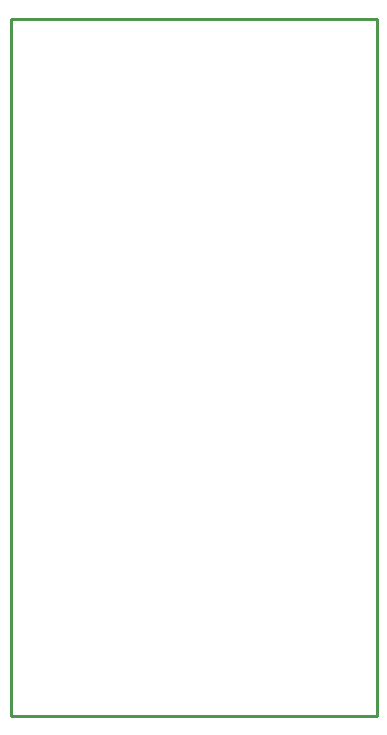
<source format=gko>
G04*
G04 #@! TF.GenerationSoftware,Altium Limited,Altium Designer,19.0.10 (269)*
G04*
G04 Layer_Color=16711935*
%FSLAX24Y24*%
%MOIN*%
G70*
G01*
G75*
%ADD13C,0.0100*%
G54D13*
X197Y23031D02*
Y23425D01*
Y23031D02*
Y23425D01*
Y197D02*
Y23031D01*
Y23425D02*
X12402D01*
Y197D02*
Y23425D01*
X12008Y197D02*
X12402D01*
X197D02*
X12008D01*
M02*

</source>
